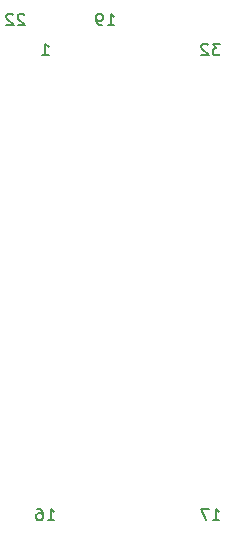
<source format=gbr>
%TF.GenerationSoftware,KiCad,Pcbnew,(5.1.7)-1*%
%TF.CreationDate,2022-07-02T23:21:54-03:00*%
%TF.ProjectId,ROMboard,524f4d62-6f61-4726-942e-6b696361645f,rev?*%
%TF.SameCoordinates,Original*%
%TF.FileFunction,Legend,Bot*%
%TF.FilePolarity,Positive*%
%FSLAX46Y46*%
G04 Gerber Fmt 4.6, Leading zero omitted, Abs format (unit mm)*
G04 Created by KiCad (PCBNEW (5.1.7)-1) date 2022-07-02 23:21:54*
%MOMM*%
%LPD*%
G01*
G04 APERTURE LIST*
%ADD10C,0.150000*%
G04 APERTURE END LIST*
D10*
X38290476Y-53792380D02*
X38861904Y-53792380D01*
X38576190Y-53792380D02*
X38576190Y-52792380D01*
X38671428Y-52935238D01*
X38766666Y-53030476D01*
X38861904Y-53078095D01*
X37814285Y-53792380D02*
X37623809Y-53792380D01*
X37528571Y-53744761D01*
X37480952Y-53697142D01*
X37385714Y-53554285D01*
X37338095Y-53363809D01*
X37338095Y-52982857D01*
X37385714Y-52887619D01*
X37433333Y-52840000D01*
X37528571Y-52792380D01*
X37719047Y-52792380D01*
X37814285Y-52840000D01*
X37861904Y-52887619D01*
X37909523Y-52982857D01*
X37909523Y-53220952D01*
X37861904Y-53316190D01*
X37814285Y-53363809D01*
X37719047Y-53411428D01*
X37528571Y-53411428D01*
X37433333Y-53363809D01*
X37385714Y-53316190D01*
X37338095Y-53220952D01*
X31241904Y-52887619D02*
X31194285Y-52840000D01*
X31099047Y-52792380D01*
X30860952Y-52792380D01*
X30765714Y-52840000D01*
X30718095Y-52887619D01*
X30670476Y-52982857D01*
X30670476Y-53078095D01*
X30718095Y-53220952D01*
X31289523Y-53792380D01*
X30670476Y-53792380D01*
X30289523Y-52887619D02*
X30241904Y-52840000D01*
X30146666Y-52792380D01*
X29908571Y-52792380D01*
X29813333Y-52840000D01*
X29765714Y-52887619D01*
X29718095Y-52982857D01*
X29718095Y-53078095D01*
X29765714Y-53220952D01*
X30337142Y-53792380D01*
X29718095Y-53792380D01*
X32734285Y-56332380D02*
X33305714Y-56332380D01*
X33020000Y-56332380D02*
X33020000Y-55332380D01*
X33115238Y-55475238D01*
X33210476Y-55570476D01*
X33305714Y-55618095D01*
X47799523Y-55332380D02*
X47180476Y-55332380D01*
X47513809Y-55713333D01*
X47370952Y-55713333D01*
X47275714Y-55760952D01*
X47228095Y-55808571D01*
X47180476Y-55903809D01*
X47180476Y-56141904D01*
X47228095Y-56237142D01*
X47275714Y-56284761D01*
X47370952Y-56332380D01*
X47656666Y-56332380D01*
X47751904Y-56284761D01*
X47799523Y-56237142D01*
X46799523Y-55427619D02*
X46751904Y-55380000D01*
X46656666Y-55332380D01*
X46418571Y-55332380D01*
X46323333Y-55380000D01*
X46275714Y-55427619D01*
X46228095Y-55522857D01*
X46228095Y-55618095D01*
X46275714Y-55760952D01*
X46847142Y-56332380D01*
X46228095Y-56332380D01*
X47180476Y-95702380D02*
X47751904Y-95702380D01*
X47466190Y-95702380D02*
X47466190Y-94702380D01*
X47561428Y-94845238D01*
X47656666Y-94940476D01*
X47751904Y-94988095D01*
X46847142Y-94702380D02*
X46180476Y-94702380D01*
X46609047Y-95702380D01*
X33210476Y-95702380D02*
X33781904Y-95702380D01*
X33496190Y-95702380D02*
X33496190Y-94702380D01*
X33591428Y-94845238D01*
X33686666Y-94940476D01*
X33781904Y-94988095D01*
X32353333Y-94702380D02*
X32543809Y-94702380D01*
X32639047Y-94750000D01*
X32686666Y-94797619D01*
X32781904Y-94940476D01*
X32829523Y-95130952D01*
X32829523Y-95511904D01*
X32781904Y-95607142D01*
X32734285Y-95654761D01*
X32639047Y-95702380D01*
X32448571Y-95702380D01*
X32353333Y-95654761D01*
X32305714Y-95607142D01*
X32258095Y-95511904D01*
X32258095Y-95273809D01*
X32305714Y-95178571D01*
X32353333Y-95130952D01*
X32448571Y-95083333D01*
X32639047Y-95083333D01*
X32734285Y-95130952D01*
X32781904Y-95178571D01*
X32829523Y-95273809D01*
M02*

</source>
